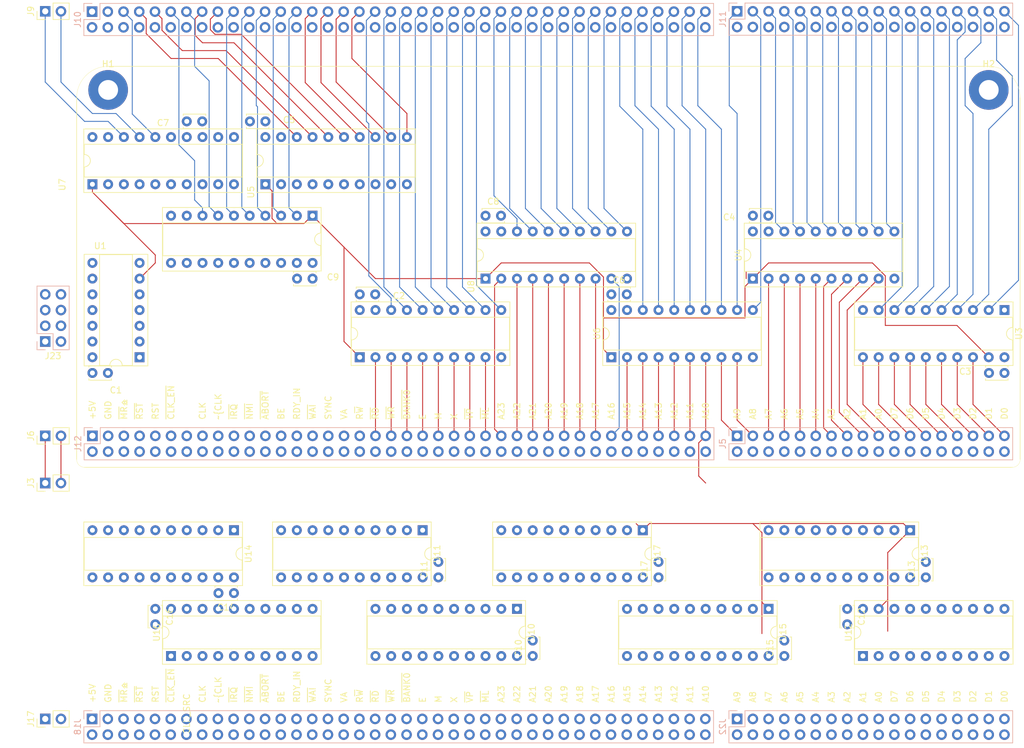
<source format=kicad_pcb>
(kicad_pcb (version 20221018) (generator pcbnew)
  (layers (0 "F.Cu" signal) (1 "In1.Cu" power) (2 "In2.Cu" power) (31 "B.Cu" signal) (34 "B.Paste" user) (35 "F.Paste" user) (36 "B.SilkS" user "B.Silkscreen") (37 "F.SilkS" user "F.Silkscreen") (38 "B.Mask" user) (39 "F.Mask" user) (44 "Edge.Cuts" user))
  (net 0 "")
  (net 1 "VCC")
  (net 2 "GND")
  (net 3 "/VPA")
  (net 4 "/VDA")
  (net 5 "/AVPA")
  (net 6 "/AVDA")
  (net 7 "/~{MR}⎒")
  (net 8 "/~{RST}")
  (net 9 "/RST")
  (net 10 "/~{CLK_EN}")
  (net 11 "/CLK_SRC")
  (net 12 "/CLK")
  (net 13 "/~{CLK}")
  (net 14 "/~{IRQ}")
  (net 15 "/~{NMI}")
  (net 16 "/~{ABORT}")
  (net 17 "/BE")
  (net 18 "/RDY_IN")
  (net 19 "/~{WAI}")
  (net 20 "/SYNC")
  (net 21 "/VA")
  (net 22 "/R~{W}")
  (net 23 "/~{RD}")
  (net 24 "/~{WR}")
  (net 25 "/~{BANK0}")
  (net 26 "/E")
  (net 27 "/M")
  (net 28 "/X")
  (net 29 "/~{VP}")
  (net 30 "/~{ML}")
  (net 31 "/A23")
  (net 32 "/A22")
  (net 33 "/A21")
  (net 34 "/A20")
  (net 35 "/A19")
  (net 36 "/A18")
  (net 37 "/A17")
  (net 38 "/A16")
  (net 39 "/A15")
  (net 40 "/A14")
  (net 41 "/A13")
  (net 42 "/A12")
  (net 43 "/A11")
  (net 44 "/A10")
  (net 45 "/~{AMR}⎒")
  (net 46 "/~{ARST}")
  (net 47 "/ARST")
  (net 48 "/~{ACLK_EN}")
  (net 49 "/ACLK_SRC")
  (net 50 "/ACLK")
  (net 51 "/~{ACLK}")
  (net 52 "/~{AIRQ}")
  (net 53 "/~{ANMI}")
  (net 54 "/~{AABORT}")
  (net 55 "/ABE")
  (net 56 "/ARDY_IN")
  (net 57 "/~{AWAI}")
  (net 58 "/ASYNC")
  (net 59 "/AVA")
  (net 60 "/AR~{W}")
  (net 61 "/~{ARD}")
  (net 62 "/~{AWR}")
  (net 63 "/~{ABANK0}")
  (net 64 "/AM")
  (net 65 "/AX")
  (net 66 "/~{AVP}")
  (net 67 "/~{AML}")
  (net 68 "/AA23")
  (net 69 "/AA22")
  (net 70 "/AA21")
  (net 71 "/AA20")
  (net 72 "/AA19")
  (net 73 "/AA18")
  (net 74 "/AA17")
  (net 75 "/AA16")
  (net 76 "/AA15")
  (net 77 "/AA14")
  (net 78 "/AA13")
  (net 79 "/AA12")
  (net 80 "/AA11")
  (net 81 "/AA10")
  (net 82 "/A9")
  (net 83 "/A8")
  (net 84 "/A7")
  (net 85 "/A6")
  (net 86 "/A5")
  (net 87 "/A4")
  (net 88 "/A3")
  (net 89 "/A2")
  (net 90 "/A1")
  (net 91 "/A0")
  (net 92 "/D7")
  (net 93 "/D6")
  (net 94 "/D5")
  (net 95 "/D4")
  (net 96 "/D3")
  (net 97 "/D2")
  (net 98 "/D1")
  (net 99 "/D0")
  (net 100 "/AA9")
  (net 101 "/AA8")
  (net 102 "/AA7")
  (net 103 "/AA6")
  (net 104 "/AA5")
  (net 105 "/AA4")
  (net 106 "/AA3")
  (net 107 "/AA2")
  (net 108 "/AA1")
  (net 109 "/AA0")
  (net 110 "/AD7")
  (net 111 "/AD6")
  (net 112 "/AD5")
  (net 113 "/AD4")
  (net 114 "/AD3")
  (net 115 "/AD2")
  (net 116 "/AD1")
  (net 117 "/AD0")
  (net 118 "Net-(U1-Pad3)")
  (net 126 "/~{A_CS2}")
  (net 127 "/A_CS1")
  (net 128 "/~{B_CS2}")
  (net 129 "/B_CS1")
  (net 130 "/BVPA")
  (net 131 "/BVDA")
  (net 132 "/~{BMR}⎒")
  (net 133 "/~{BRST}")
  (net 134 "/BRST")
  (net 135 "/~{BCLK_EN}")
  (net 136 "/BCLK_SRC")
  (net 137 "/BCLK")
  (net 138 "/~{BCLK}")
  (net 139 "/~{BIRQ}")
  (net 140 "/~{BNMI}")
  (net 141 "/~{BABORT}")
  (net 142 "/BBE")
  (net 143 "/BRDY_IN")
  (net 144 "/~{BWAI}")
  (net 145 "/BSYNC")
  (net 146 "/BVA")
  (net 147 "/BR~{W}")
  (net 148 "/~{BRD}")
  (net 149 "/~{BWR}")
  (net 150 "/~{BBANK0}")
  (net 151 "/BEM")
  (net 152 "/BM")
  (net 153 "/BX")
  (net 154 "/~{BVP}")
  (net 155 "/~{BML}")
  (net 156 "/BA23")
  (net 157 "/BA22")
  (net 158 "/BA21")
  (net 159 "/BA20")
  (net 160 "/BA19")
  (net 161 "/BA18")
  (net 162 "/BA17")
  (net 163 "/BA16")
  (net 164 "/BA15")
  (net 165 "/BA14")
  (net 166 "/BA13")
  (net 167 "/BA12")
  (net 168 "/BA11")
  (net 169 "/BA10")
  (net 170 "/BA9")
  (net 171 "/BA8")
  (net 172 "/BA7")
  (net 173 "/BA6")
  (net 174 "/BA5")
  (net 175 "/BA4")
  (net 176 "/BA3")
  (net 177 "/BA2")
  (net 178 "/BA1")
  (net 179 "/BA0")
  (net 180 "/BD7")
  (net 181 "/BD6")
  (net 182 "/BD5")
  (net 183 "/BD4")
  (net 184 "/BD3")
  (net 185 "/BD2")
  (net 186 "/BD1")
  (net 187 "/BD0")
  (net 188 "/~{A_DMA}")
  (net 189 "/~{B_DMA}")
  (net 195 "Net-(U1-Pad12)")
  (net 196 "/AE")
  (footprint "Connector_PinHeader_2.54mm:PinHeader_1x02_P2.54mm_Vertical" (layer "F.Cu") (at 55.88 154.94 90)
    (fp_text reference "J17")
    (fp_text value "VPA/VDA")
  )
  (footprint "Capacitor_THT:C_Disc_D3.4mm_W2.1mm_P2.50mm" (layer "F.Cu") (at 147.32 86.36)
    (fp_text reference "C6")
    (fp_text value "100n")
  )
  (footprint "Capacitor_THT:C_Disc_D3.4mm_W2.1mm_P2.50mm" (layer "F.Cu") (at 119.38 132.08 90)
    (fp_text reference "C11")
    (fp_text value "100n")
  )
  (footprint "Capacitor_THT:C_Disc_D3.4mm_W2.1mm_P2.50mm" (layer "F.Cu") (at 63.5 99.06)
    (fp_text reference "C1")
    (fp_text value "100n")
  )
  (footprint "Package_DIP:DIP-20_W7.62mm_Socket" (layer "F.Cu") (at 91.44 68.58 90)
    (fp_text reference "U5")
    (fp_text value "74HC541")
  )
  (footprint "Package_DIP:DIP-20_W7.62mm_Socket" (layer "F.Cu") (at 152.4 124.46 -90)
    (fp_text reference "U17")
    (fp_text value "74HC541")
  )
  (footprint "Capacitor_THT:C_Disc_D3.4mm_W2.1mm_P2.50mm" (layer "F.Cu") (at 86.36 134.62 180)
    (fp_text reference "C14")
    (fp_text value "100n")
  )
  (footprint "Package_DIP:DIP-20_W7.62mm_Socket" (layer "F.Cu") (at 76.2 144.78 90)
    (fp_text reference "U16")
    (fp_text value "74HC541")
  )
  (footprint "Capacitor_THT:C_Disc_D3.4mm_W2.1mm_P2.50mm" (layer "F.Cu") (at 185.42 137.16 -90)
    (fp_text reference "C12")
    (fp_text value "100n")
  )
  (footprint "Capacitor_THT:C_Disc_D3.4mm_W2.1mm_P2.50mm" (layer "F.Cu") (at 127 73.66)
    (fp_text reference "C8")
    (fp_text value "100n")
  )
  (footprint "Capacitor_THT:C_Disc_D3.4mm_W2.1mm_P2.50mm" (layer "F.Cu") (at 154.94 132.08 90)
    (fp_text reference "C17")
    (fp_text value "100n")
  )
  (footprint "Capacitor_THT:C_Disc_D3.4mm_W2.1mm_P2.50mm" (layer "F.Cu") (at 78.74 58.42)
    (fp_text reference "C7")
    (fp_text value "100n")
  )
  (footprint "Capacitor_THT:C_Disc_D3.4mm_W2.1mm_P2.50mm" (layer "F.Cu") (at 73.66 137.16 -90)
    (fp_text reference "C16")
    (fp_text value "100n")
  )
  (footprint "Package_DIP:DIP-20_W7.62mm_Socket" (layer "F.Cu") (at 132.08 137.16 -90)
    (fp_text reference "U10")
    (fp_text value "74HC541")
  )
  (footprint "Package_DIP:DIP-20_W7.62mm_Socket" (layer "F.Cu") (at 127 83.82 90)
    (fp_text reference "U8")
    (fp_text value "74HC541")
  )
  (footprint "MountingHole:MountingHole_3.2mm_M3_Pad" (layer "F.Cu") (at 66.04 53.34)
    (fp_text reference "H1")
    (fp_text value "MountingHole_Pad" hide)
  )
  (footprint "Connector_PinHeader_2.54mm:PinHeader_1x02_P2.54mm_Vertical" (layer "F.Cu") (at 55.88 109.22 90)
    (fp_text reference "J6")
    (fp_text value "VPA/VDA")
  )
  (footprint "Capacitor_THT:C_Disc_D3.4mm_W2.1mm_P2.50mm" (layer "F.Cu") (at 175.26 144.78 90)
    (fp_text reference "C15")
    (fp_text value "100n")
  )
  (footprint "Package_DIP:DIP-20_W7.62mm_Socket" (layer "F.Cu") (at 210.82 88.9 -90)
    (fp_text reference "U3")
    (fp_text value "74AHCT245")
  )
  (footprint "Package_DIP:DIP-20_W7.62mm_Socket" (layer "F.Cu") (at 86.36 124.46 -90)
    (fp_text reference "U14")
    (fp_text value "74HC541")
  )
  (footprint "Capacitor_THT:C_Disc_D3.4mm_W2.1mm_P2.50mm" (layer "F.Cu") (at 91.44 58.42 180)
    (fp_text reference "C5")
    (fp_text value "100n")
  )
  (footprint "Package_DIP:DIP-20_W7.62mm_Socket" (layer "F.Cu") (at 99.06 73.66 -90)
    (fp_text reference "U9" hide)
    (fp_text value "74HC541")
  )
  (footprint "Connector_PinHeader_2.54mm:PinHeader_1x02_P2.54mm_Vertical" (layer "F.Cu") (at 55.88 116.84 90)
    (fp_text reference "J3")
    (fp_text value "VPA/VDA")
  )
  (footprint "Capacitor_THT:C_Disc_D3.4mm_W2.1mm_P2.50mm" (layer "F.Cu") (at 134.62 144.78 90)
    (fp_text reference "C10")
    (fp_text value "100n")
  )
  (footprint "Capacitor_THT:C_Disc_D3.4mm_W2.1mm_P2.50mm" (layer "F.Cu") (at 99.06 83.82 180)
    (fp_text reference "C9")
    (fp_text value "100n")
  )
  (footprint "Package_DIP:DIP-20_W7.62mm_Socket" (layer "F.Cu") (at 170.18 83.82 90)
    (fp_text reference "U4")
    (fp_text value "74HC541")
  )
  (footprint "Package_DIP:DIP-20_W7.62mm_Socket" (layer "F.Cu") (at 172.72 137.16 -90)
    (fp_text reference "U15")
    (fp_text value "74HC541")
  )
  (footprint "Package_DIP:DIP-20_W7.62mm_Socket" (layer "F.Cu") (at 63.5 68.58 90)
    (fp_text reference "U7")
    (fp_text value "74HC541")
  )
  (footprint "Capacitor_THT:C_Disc_D3.4mm_W2.1mm_P2.50mm" (layer "F.Cu") (at 210.82 99.06 180)
    (fp_text reference "C3")
    (fp_text value "100n")
  )
  (footprint "Package_DIP:DIP-20_W7.62mm_Socket" (layer "F.Cu") (at 147.32 96.52 90)
    (fp_text reference "U6")
    (fp_text value "74HC541")
  )
  (footprint "Package_DIP:DIP-20_W7.62mm_Socket" (layer "F.Cu") (at 106.68 96.52 90)
    (fp_text reference "U2" hide)
    (fp_text value "74HC541" hide)
  )
  (footprint "Package_DIP:DIP-20_W7.62mm_Socket" (layer "F.Cu") (at 187.96 144.78 90)
    (fp_text reference "U12")
    (fp_text value "74AHCT245")
  )
  (footprint "MountingHole:MountingHole_3.2mm_M3_Pad" (layer "F.Cu") (at 208.28 53.34)
    (fp_text reference "H2")
    (fp_text value "MountingHole_Pad" hide)
  )
  (footprint "Capacitor_THT:C_Disc_D3.4mm_W2.1mm_P2.50mm" (layer "F.Cu") (at 170.18 73.66)
    (fp_text reference "C4")
    (fp_text value "100n")
  )
  (footprint "Capacitor_THT:C_Disc_D3.4mm_W2.1mm_P2.50mm" (layer "F.Cu") (at 198.12 132.08 90)
    (fp_text reference "C13")
    (fp_text value "100n")
  )
  (footprint "Connector_PinHeader_2.54mm:PinHeader_1x02_P2.54mm_Vertical" (layer "F.Cu") (at 55.88 40.64 90)
    (fp_text reference "J9")
    (fp_text value "VPA/VDA")
  )
  (footprint "Capacitor_THT:C_Disc_D3.4mm_W2.1mm_P2.50mm" (layer "F.Cu") (at 106.68 86.36)
    (fp_text reference "C2")
    (fp_text value "100n")
  )
  (footprint "Package_DIP:DIP-14_W7.62mm_Socket" (layer "F.Cu") (at 71.12 96.52 180)
    (fp_text reference "U1")
    (fp_text value "74HC00")
  )
  (footprint "Package_DIP:DIP-20_W7.62mm_Socket" (layer "F.Cu") (at 116.84 124.46 -90)
    (fp_text reference "U11")
    (fp_text value "74HC541")
  )
  (footprint "Package_DIP:DIP-20_W7.62mm_Socket" (layer "F.Cu") (at 195.58 124.46 -90)
    (fp_text reference "U13")
    (fp_text value "74HC541")
  )
  (footprint "Connector_PinHeader_2.54mm:PinHeader_2x40_P2.54mm_Vertical" (layer "B.Cu") (at 63.5 109.22 -90)
    (fp_text reference "J12")
    (fp_text value "Conn_02x40_Odd_Even" hide)
  )
  (footprint "Connector_PinHeader_2.54mm:PinHeader_2x18_P2.54mm_Vertical" (layer "B.Cu") (at 167.64 109.22 -90)
    (fp_text reference "J5")
    (fp_text value "CPU AUX")
  )
  (footprint "Connector_PinHeader_2.54mm:PinHeader_2x40_P2.54mm_Vertical" (layer "B.Cu") (at 63.4454 40.6946 -90)
    (fp_text reference "J10")
    (fp_text value "Conn_02x40_Odd_Even" hide)
  )
  (footprint "Connector_PinHeader_2.54mm:PinHeader_2x04_P2.54mm_Vertical" (layer "B.Cu") (at 55.88 93.98)
    (fp_text reference "J23")
    (fp_text value "Conn_02x04_Odd_Even")
  )
  (footprint "Connector_PinHeader_2.54mm:PinHeader_2x18_P2.54mm_Vertical" (layer "B.Cu") (at 167.64 154.94 -90)
    (fp_text reference "J22")
    (fp_text value "DMA AUX")
  )
  (footprint "Connector_PinHeader_2.54mm:PinHeader_2x40_P2.54mm_Vertical" (layer "B.Cu") (at 63.4454 154.94 -90)
    (fp_text reference "J18")
    (fp_text value "Conn_02x40_Odd_Even" hide)
  )
  (footprint "Connector_PinHeader_2.54mm:PinHeader_2x18_P2.54mm_Vertical" (layer "B.Cu") (at 167.64 40.64 -90)
    (fp_text reference "J11")
    (fp_text value "DMA")
  )
  (gr_arc (start 62.23 114.3) (mid 61.331974 113.928026) (end 60.96 113.03) (stroke (width 0.05)) (layer "F.SilkS"))
  (gr_line (start 66.04 49.53) (end 208.28 49.53) (stroke (width 0.1)) (layer "F.SilkS"))
  (gr_arc (start 60.96 54.61) (mid 62.447898 51.017898) (end 66.04 49.53) (stroke (width 0.05)) (layer "F.SilkS"))
  (gr_arc (start 208.28 49.53) (mid 211.872102 51.017898) (end 213.36 54.61) (stroke (width 0.05)) (layer "F.SilkS"))
  (gr_line (start 213.36 54.61) (end 213.36 113.03) (stroke (width 0.1)) (layer "F.SilkS"))
  (gr_arc (start 213.36 113.03) (mid 212.988026 113.928026) (end 212.09 114.3) (stroke (width 0.05)) (layer "F.SilkS"))
  (gr_line (start 212.09 114.3) (end 62.23 114.3) (stroke (width 0.1)) (layer "F.SilkS"))
  (gr_line (start 60.96 113.03) (end 60.96 54.61) (stroke (width 0.1)) (layer "F.SilkS"))
  (gr_text "~{RD}" (at 109.22 152.41 90) (layer "F.SilkS") (effects (font (size 1 1)) (justify left)))
  (gr_text "CLK" (at 81.28 152.41 90) (layer "F.SilkS") (effects (font (size 1 1)) (justify left)))
  (gr_text "A16" (at 147.32 106.68 90) (layer "F.SilkS") (effects (font (size 1 1)) (justify left)))
  (gr_text "~{RST}" (at 71.12 106.69 90) (layer "F.SilkS") (effects (font (size 1 1)) (justify left)))
  (gr_text "A16" (at 147.32 152.4 90) (layer "F.SilkS") (effects (font (size 1 1)) (justify left)))
  (gr_text "~{ML}" (at 127 106.69 90) (layer "F.SilkS") (effects (font (size 1 1)) (justify left)))
  (gr_text "X" (at 121.92 106.69 90) (layer "F.SilkS") (effects (font (size 1 1)) (justify left)))
  (gr_text "~{ABORT}" (at 91.44 106.69 90) (layer "F.SilkS") (effects (font (size 1 1)) (justify left)))
  (gr_text "D7" (at 193.04 106.68 90) (layer "F.SilkS") (effects (font (size 1 1)) (justify left)))
  (gr_text "A15" (at 149.86 152.4 90) (layer "F.SilkS") (effects (font (size 1 1)) (justify left)))
  (gr_text "A1" (at 187.96 152.4 90) (layer "F.SilkS") (effects (font (size 1 1)) (justify left)))
  (gr_text "~{BANK0}" (at 114.3 106.69 90) (layer "F.SilkS") (effects (font (size 1 1)) (justify left)))
  (gr_text "A22" (at 132.08 106.69 90) (layer "F.SilkS") (effects (font (size 1 1)) (justify left)))
  (gr_text "~{CLK_EN}" (at 76.2 152.41 90) (layer "F.SilkS") (effects (font (size 1 1)) (justify left)))
  (gr_text "~{NMI}" (at 88.9 152.41 90) (layer "F.SilkS") (effects (font (size 1 1)) (justify left)))
  (gr_text "A20" (at 137.16 152.41 90) (layer "F.SilkS") (effects (font (size 1 1)) (justify left)))
  (gr_text "A10" (at 162.56 106.68 90) (layer "F.SilkS") (effects (font (size 1 1)) (justify left)))
  (gr_text "D4" (at 200.66 106.68 90) (layer "F.SilkS") (effects (font (size 1 1)) (justify left)))
  (gr_text "CLK" (at 81.28 106.69 90) (layer "F.SilkS") (effects (font (size 1 1)) (justify left)))
  (gr_text "+5V" (at 63.5 152.41 90) (layer "F.SilkS") (effects (font (size 1 1)) (justify left)))
  (gr_text "SYNC" (at 101.6 106.69 90) (layer "F.SilkS") (effects (font (size 1 1)) (justify left)))
  (gr_text "~{MR}⎒" (at 68.605 106.69 90) (layer "F.SilkS") (effects (font (size 1 1)) (justify left)))
  (gr_text "~{CLK" (at 83.82 152.41 90) (layer "F.SilkS") (effects (font (size 1 1)) (justify left)))
  (gr_text "E" (at 116.84 106.69 90) (layer "F.SilkS") (effects (font (size 1 1)) (justify left)))
  (gr_text "R~{W}" (at 106.68 152.41 90) (layer "F.SilkS") (effects (font (size 1 1)) (justify left)))
  (gr_text "GND" (at 66.04 152.41 90) (layer "F.SilkS") (effects (font (size 1 1)) (justify left)))
  (gr_text "R~{W}" (at 106.68 106.69 90) (layer "F.SilkS") (effects (font (size 1 1)) (justify left)))
  (gr_text "A15" (at 149.86 106.68 90) (layer "F.SilkS") (effects (font (size 1 1)) (justify left)))
  (gr_text "+5V" (at 63.5 106.69 90) (layer "F.SilkS") (effects (font (size 1 1)) (justify left)))
  (gr_text "~{ABORT}" (at 91.44 152.41 90) (layer "F.SilkS") (effects (font (size 1 1)) (justify left)))
  (gr_text "M" (at 119.38 106.69 90) (layer "F.SilkS") (effects (font (size 1 1)) (justify left)))
  (gr_text "A0" (at 190.5 152.4 90) (layer "F.SilkS") (effects (font (size 1 1)) (justify left)))
  (gr_text "A12" (at 157.48 152.4 90) (layer "F.SilkS") (effects (font (size 1 1)) (justify left)))
  (gr_text "A14" (at 152.4 106.68 90) (layer "F.SilkS") (effects (font (size 1 1)) (justify left)))
  (gr_text "A0" (at 190.5 106.68 90) (layer "F.SilkS") (effects (font (size 1 1)) (justify left)))
  (gr_text "A11" (at 160.02 152.4 90) (layer "F.SilkS") (effects (font (size 1 1)) (justify left)))
  (gr_text "A4" (at 180.34 152.4 90) (layer "F.SilkS") (effects (font (size 1 1)) (justify left)))
  (gr_text "A6" (at 175.26 106.68 90) (layer "F.SilkS") (effects (font (size 1 1)) (justify left)))
  (gr_text "D6" (at 195.58 152.4 90) (layer "F.SilkS") (effects (font (size 1 1)) (justify left)))
  (gr_text "A2" (at 185.42 106.68 90) (layer "F.SilkS") (effects (font (size 1 1)) (justify left)))
  (gr_text "~{NMI}" (at 88.9 106.69 90) (layer "F.SilkS") (effects (font (size 1 1)) (justify left)))
  (gr_text "A8" (at 170.18 152.4 90) (layer "F.SilkS") (effects (font (size 1 1)) (justify left)))
  (gr_text "VA" (at 104.14 152.41 90) (layer "F.SilkS") (effects (font (size 1 1)) (justify left)))
  (gr_text "A23" (at 129.54 106.69 90) (layer "F.SilkS") (effects (font (size 1 1)) (justify left)))
  (gr_text "E" (at 116.84 152.41 90) (layer "F.SilkS") (effects (font (size 1 1)) (justify left)))
  (gr_text "A21" (at 134.62 152.41 90) (layer "F.SilkS") (effects (font (size 1 1)) (justify left)))
  (gr_text "~{VP}" (at 124.46 152.41 90) (layer "F.SilkS") (effects (font (size 1 1)) (justify left)))
  (gr_text "A20" (at 137.16 106.69 90) (layer "F.SilkS") (effects (font (size 1 1)) (justify left)))
  (gr_text "A21" (at 134.62 106.69 90) (layer "F.SilkS") (effects (font (size 1 1)) (justify left)))
  (gr_text "A10" (at 162.56 152.4 90) (layer "F.SilkS") (effects (font (size 1 1)) (justify left)))
  (gr_text "~{WR}" (at 111.76 106.69 90) (layer "F.SilkS") (effects (font (size 1 1)) (justify left)))
  (gr_text "~{WAI}" (at 99.06 106.69 90) (layer "F.SilkS") (effects (font (size 1 1)) (justify left)))
  (gr_text "RST" (at 73.685 106.69 90) (layer "F.SilkS") (effects (font (size 1 1)) (justify left)))
  (gr_text "CLK_SRC" (at 78.74 157.48 90) (layer "F.SilkS") (effects (font (size 1 1)) (justify left)))
  (gr_text "X" (at 121.92 152.41 90) (layer "F.SilkS") (effects (font (size 1 1)) (justify left)))
  (gr_text "~{RST}" (at 71.12 152.41 90) (layer "F.SilkS") (effects (font (size 1 1)) (justify left)))
  (gr_text "D1\n" (at 208.28 152.4 90) (layer "F.SilkS") (effects (font (size 1 1)) (justify left)))
  (gr_text "~{RD}" (at 109.22 106.69 90) (layer "F.SilkS") (effects (font (size 1 1)) (justify left)))
  (gr_text "~{IRQ}" (at 86.36 106.69 90) (layer "F.SilkS") (effects (font (size 1 1)) (justify left)))
  (gr_text "A7" (at 172.72 152.4 90) (layer "F.SilkS") (effects (font (size 1 1)) (justify left)))
  (gr_text "A8" (at 170.18 106.68 90) (layer "F.SilkS") (effects (font (size 1 1)) (justify left)))
  (gr_text "D6" (at 195.58 106.68 90) (layer "F.SilkS") (effects (font (size 1 1)) (justify left)))
  (gr_text "~{ML}" (at 127 152.41 90) (layer "F.SilkS") (effects (font (size 1 1)) (justify left)))
  (gr_text "D5" (at 198.12 106.68 90) (layer "F.SilkS") (effects (font (size 1 1)) (justify left)))
  (gr_text "~{WAI}" (at 99.06 152.41 90) (layer "F.SilkS") (effects (font (size 1 1)) (justify left)))
  (gr_text "A17" (at 144.78 152.4 90) (layer "F.SilkS") (effects (font (size 1 1)) (justify left)))
  (gr_text "A1" (at 187.96 106.68 90) (layer "F.SilkS") (effects (font (size 1 1)) (justify left)))
  (gr_text "~{CLK_EN}" (at 76.2 106.69 90) (layer "F.SilkS") (effects (font (size 1 1)) (justify left)))
  (gr_text "A13" (at 154.94 152.4 90) (layer "F.SilkS") (effects (font (size 1 1)) (justify left)))
  (gr_text "D1\n" (at 208.28 106.68 90) (layer "F.SilkS") (effects (font (size 1 1)) (justify left)))
  (gr_text "VA" (at 104.14 106.69 90) (layer "F.SilkS") (effects (font (size 1 1)) (justify left)))
  (gr_text "A11" (at 160.02 106.68 90) (layer "F.SilkS") (effects (font (size 1 1)) (justify left)))
  (gr_text "BE" (at 93.98 152.41 90) (layer "F.SilkS") (effects (font (size 1 1)) (justify left)))
  (gr_text "D0" (at 210.82 106.68 90) (layer "F.SilkS") (effects (font (size 1 1)) (justify left)))
  (gr_text "~{BANK0}" (at 114.3 152.41 90) (layer "F.SilkS") (effects (font (size 1 1)) (justify left)))
  (gr_text "A9" (at 167.64 152.4 90) (layer "F.SilkS") (effects (font (size 1 1)) (justify left)))
  (gr_text "SYNC" (at 101.6 152.41 90) (layer "F.SilkS") (effects (font (size 1 1)) (justify left)))
  (gr_text "~{WR}" (at 111.76 152.41 90) (layer "F.SilkS") (effects (font (size 1 1)) (justify left)))
  (gr_text "D5" (at 198.12 152.4 90) (layer "F.SilkS") (effects (font (size 1 1)) (justify left)))
  (gr_text "A5" (at 177.8 106.68 90) (layer "F.SilkS") (effects (font (size 1 1)) (justify left)))
  (gr_text "~{MR}⎒" (at 68.605 152.41 90) (layer "F.SilkS") (effects (font (size 1 1)) (justify left)))
  (gr_text "A14" (at 152.4 152.4 90) (layer "F.SilkS") (effects (font (size 1 1)) (justify left)))
  (gr_text "D7" (at 193.04 152.4 90) (layer "F.SilkS") (effects (font (size 1 1)) (justify left)))
  (gr_text "A18" (at 142.24 152.41 90) (layer "F.SilkS") (effects (font (size 1 1)) (justify left)))
  (gr_text "A3" (at 182.88 152.4 90) (layer "F.SilkS") (effects (font (size 1 1)) (justify left)))
  (gr_text "A6" (at 175.26 152.4 90) (layer "F.SilkS") (effects (font (size 1 1)) (justify left)))
  (gr_text "D2" (at 205.74 152.4 90) (layer "F.SilkS") (effects (font (size 1 1)) (justify left)))
  (gr_text "RDY_IN" (at 96.52 152.41 90) (layer "F.SilkS") (effects (font (size 1 1)) (justify left)))
  (gr_text "A17" (at 144.78 106.68 90) (layer "F.SilkS") (effects (font (size 1 1)) (justify left)))
  (gr_text "A18" (at 142.24 106.69 90) (layer "F.SilkS") (effects (font (size 1 1)) (justify left)))
  (gr_text "~{IRQ}" (at 86.36 152.41 90) (layer "F.SilkS") (effects (font (size 1 1)) (justify left)))
  (gr_text "RDY_IN" (at 96.52 106.69 90) (layer "F.SilkS") (effects (font (size 1 1)) (justify left)))
  (gr_text "D4" (at 200.66 152.4 90) (layer "F.SilkS") (effects (font (size 1 1)) (justify left)))
  (gr_text "D3" (at 203.2 152.4 90) (layer "F.SilkS") (effects (font (size 1 1)) (justify left)))
  (gr_text "A5" (at 177.8 152.4 90) (layer "F.SilkS") (effects (font (size 1 1)) (justify left)))
  (gr_text "~{CLK" (at 83.82 106.69 90) (layer "F.SilkS") (effects (font (size 1 1)) (justify left)))
  (gr_text "A12" (at 157.48 106.68 90) (layer "F.SilkS") (effects (font (size 1 1)) (justify left)))
  (gr_text "~{VP}" (at 124.46 106.69 90) (layer "F.SilkS") (effects (font (size 1 1)) (justify left)))
  (gr_text "BE" (at 93.98 106.69 90) (layer "F.SilkS") (effects (font (size 1 1)) (justify left)))
  (gr_text "A4" (at 180.34 106.68 90) (layer "F.SilkS") (effects (font (size 1 1)) (justify left)))
  (gr_text "D2" (at 205.74 106.68 90) (layer "F.SilkS") (effects (font (size 1 1)) (justify left)))
  (gr_text "A7" (at 172.72 106.68 90) (layer "F.SilkS") (effects (font (size 1 1)) (justify left)))
  (gr_text "D0" (at 210.82 152.4 90) (layer "F.SilkS") (effects (font (size 1 1)) (justify left)))
  (gr_text "A13" (at 154.94 106.68 90) (layer "F.SilkS") (effects (font (size 1 1)) (justify left)))
  (gr_text "A9" (at 167.64 106.68 90) (layer "F.SilkS") (effects (font (size 1 1)) (justify left)))
  (gr_text "GND" (at 66.04 106.69 90) (layer "F.SilkS") (effects (font (size 1 1)) (justify left)))
  (gr_text "RST" (at 73.685 152.41 90) (layer "F.SilkS") (effects (font (size 1 1)) (justify left)))
  (gr_text "A2" (at 185.42 152.4 90) (layer "F.SilkS") (effects (font (size 1 1)) (justify left)))
  (gr_text "A19" (at 139.7 152.41 90) (layer "F.SilkS") (effects (font (size 1 1)) (justify left)))
  (gr_text "M" (at 119.38 152.41 90) (layer "F.SilkS") (effects (font (size 1 1)) (justify left)))
  (gr_text "D3" (at 203.2 106.68 90) (layer "F.SilkS") (effects (font (size 1 1)) (justify left)))
  (gr_text "A19" (at 139.7 106.69 90) (layer "F.SilkS") (effects (font (size 1 1)) (justify left)))
  (gr_text "A3" (at 182.88 106.68 90) (layer "F.SilkS") (effects (font (size 1 1)) (justify left)))
  (gr_text "A23" (at 129.54 152.41 90) (layer "F.SilkS") (effects (font (size 1 1)) (justify left)))
  (gr_text "A22" (at 132.08 152.41 90) (layer "F.SilkS") (effects (font (size 1 1)) (justify left)))
  (segment (start 169.103394 82.743394) (end 169.103394 83.82) (width 0.146812) (layer "F.Cu") (net 0))
  (segment (start 55.88 109.22) (end 55.88 116.84) (width 0.146812) (layer "F.Cu") (net 3))
  (segment (start 58.42 109.22) (end 58.42 116.84) (width 0.146812) (layer "F.Cu") (net 4))
  (segment (start 66.04 58.42) (end 62.23 58.42) (width 0.146812) (layer "B.Cu") (net 5))
  (segment (start 55.88 52.07) (end 55.88 40.64) (width 0.146812) (layer "B.Cu") (net 5))
  (segment (start 62.23 58.42) (end 55.88 52.07) (width 0.146812) (layer "B.Cu") (net 5))
  (segment (start 68.58 60.96) (end 66.04 58.42) (width 0.146812) (layer "B.Cu") (net 5))
  (segment (start 58.42 52.07) (end 63.5 57.15) (width 0.146812) (layer "B.Cu") (net 6))
  (segment (start 67.31 57.15) (end 71.12 60.96) (width 0.146812) (layer "B.Cu") (net 6))
  (segment (start 58.42 40.64) (end 58.42 52.07) (width 0.146812) (layer "B.Cu") (net 6))
  (segment (start 63.5 57.15) (end 67.31 57.15) (width 0.146812) (layer "B.Cu") (net 6))
  (segment (start 109.22 96.52) (end 109.22 109.22) (width 0.146812) (layer "F.Cu") (net 23))
  (segment (start 111.76 96.52) (end 111.76 109.22) (width 0.146812) (layer "F.Cu") (net 24))
  (segment (start 114.3 96.52) (end 114.3 109.22) (width 0.146812) (layer "F.Cu") (net 25))
  (segment (start 116.84 96.52) (end 116.84 109.22) (width 0.146812) (layer "F.Cu") (net 26))
  (segment (start 119.38 96.52) (end 119.38 109.22) (width 0.146812) (layer "F.Cu") (net 27))
  (segment (start 121.92 96.52) (end 121.92 109.22) (width 0.146812) (layer "F.Cu") (net 28))
  (segment (start 124.46 96.52) (end 124.46 109.22) (width 0.146812) (layer "F.Cu") (net 29))
  (segment (start 127 96.52) (end 127 109.22) (width 0.146812) (layer "F.Cu") (net 30))
  (segment (start 128.463394 84.896606) (end 128.463394 108.143394) (width 0.146812) (layer "F.Cu") (net 31))
  (segment (start 129.54 83.82) (end 128.463394 84.896606) (width 0.146812) (layer "F.Cu") (net 31))
  (segment (start 128.463394 108.143394) (end 129.54 109.22) (width 0.146812) (layer "F.Cu") (net 31))
  (segment (start 132.08 83.82) (end 132.08 109.22) (width 0.146812) (layer "F.Cu") (net 32))
  (segment (start 134.62 83.82) (end 134.62 109.22) (width 0.146812) (layer "F.Cu") (net 33))
  (segment (start 137.16 83.82) (end 137.16 109.22) (width 0.146812) (layer "F.Cu") (net 34))
  (segment (start 139.7 83.82) (end 139.7 109.22) (width 0.146812) (layer "F.Cu") (net 35))
  (segment (start 142.24 83.82) (end 142.24 109.22) (width 0.146812) (layer "F.Cu") (net 36))
  (segment (start 144.78 83.82) (end 144.78 109.22) (width 0.146812) (layer "F.Cu") (net 37))
  (segment (start 147.32 109.22) (end 148.59 107.95) (width 0.146812) (layer "B.Cu") (net 38))
  (segment (start 148.59 85.09) (end 147.32 83.82) (width 0.146812) (layer "B.Cu") (net 38))
  (segment (start 148.59 107.95) (end 148.59 85.09) (width 0.146812) (layer "B.Cu") (net 38))
  (segment (start 149.86 96.52) (end 149.86 109.22) (width 0.146812) (layer "F.Cu") (net 39))
  (segment (start 152.4 96.52) (end 152.4 109.22) (width 0.146812) (layer "F.Cu") (net 40))
  (segment (start 154.94 96.52) (end 154.94 109.22) (width 0.146812) (layer "F.Cu") (net 41))
  (segment (start 157.48 96.52) (end 157.48 109.22) (width 0.146812) (layer "F.Cu") (net 42))
  (segment (start 160.02 109.22) (end 160.02 96.52) (width 0.146812) (layer "F.Cu") (net 43))
  (segment (start 162.56 96.52) (end 162.56 109.22) (width 0.146812) (layer "F.Cu") (net 44))
  (segment (start 161.433394 115.713394) (end 162.56 116.84) (width 0.146812) (layer "F.Cu") (net 44))
  (segment (start 161.433394 110.346606) (end 161.433394 115.713394) (width 0.146812) (layer "F.Cu") (net 44))
  (segment (start 162.56 109.22) (end 161.433394 110.346606) (width 0.146812) (layer "F.Cu") (net 44))
  (segment (start 68.5254 40.6946) (end 69.938794 42.107994) (width 0.146812) (layer "B.Cu") (net 45))
  (segment (start 69.938794 57.238794) (end 73.66 60.96) (width 0.146812) (layer "B.Cu") (net 45))
  (segment (start 69.938794 42.107994) (end 69.938794 57.238794) (width 0.146812) (layer "B.Cu") (net 45))
  (segment (start 71.0654 40.6946) (end 72.192006 41.821206) (width 0.146812) (layer "F.Cu") (net 46))
  (segment (start 83.82 48.26) (end 96.52 60.96) (width 0.146812) (layer "F.Cu") (net 46))
  (segment (start 72.192006 44.252006) (end 76.2 48.26) (width 0.146812) (layer "F.Cu") (net 46))
  (segment (start 72.192006 41.821206) (end 72.192006 44.252006) (width 0.146812) (layer "F.Cu") (net 46))
  (segment (start 76.2 48.26) (end 83.82 48.26) (width 0.146812) (layer "F.Cu") (net 46))
  (segment (start 85.09 46.99) (end 78.02075 46.99) (width 0.146812) (layer "F.Cu") (net 47))
  (segment (start 74.732006 43.701256) (end 74.732006 41.821206) (width 0.146812) (layer "F.Cu") (net 47))
  (segment (start 78.02075 46.99) (end 74.732006 43.701256) (width 0.146812) (layer "F.Cu") (net 47))
  (segment (start 99.06 60.96) (end 85.09 46.99) (width 0.146812) (layer "F.Cu") (net 47))
  (segment (start 74.732006 41.821206) (end 73.6054 40.6946) (width 0.146812) (layer "F.Cu") (net 47))
  (segment (start 76.1454 40.6946) (end 77.47 42.0192) (width 0.146812) (layer "B.Cu") (net 48))
  (segment (start 77.47 62.23) (end 80.01 64.77) (width 0.146812) (layer "B.Cu") (net 48))
  (segment (start 81.28 72.39) (end 81.28 73.66) (width 0.146812) (layer "B.Cu") (net 48))
  (segment (start 80.01 71.12) (end 81.28 72.39) (width 0.146812) (layer "B.Cu") (net 48))
  (segment (start 80.01 64.77) (end 80.01 71.12) (width 0.146812) (layer "B.Cu") (net 48))
  (segment (start 77.47 42.0192) (end 77.47 62.23) (width 0.146812) (layer "B.Cu") (net 48))
  (segment (start 78.6854 40.6946) (end 80.01 42.0192) (width 0.146812) (layer "B.Cu") (net 49))
  (segment (start 82.356606 51.876606) (end 82.356606 72.196606) (width 0.146812) (layer "B.Cu") (net 49))
  (segment (start 80.01 42.0192) (end 80.01 49.53) (width 0.146812) (layer "B.Cu") (net 49))
  (segment (start 80.01 49.53) (end 82.356606 51.876606) (width 0.146812) (layer "B.Cu") (net 49))
  (segment (start 82.356606 72.196606) (end 83.82 73.66) (width 0.146812) (layer "B.Cu") (net 49))
  (segment (start 80.098794 44.538794) (end 80.098794 41.821206) (width 0.146812) (layer "F.Cu") (net 50))
  (segment (start 86.36 45.72) (end 81.28 45.72) (width 0.146812) (layer "F.Cu") (net 50))
  (segment (start 81.28 45.72) (end 80.098794 44.538794) (width 0.146812) (layer "F.Cu") (net 50))
  (segment (start 80.098794 41.821206) (end 81.2254 40.6946) (width 0.146812) (layer "F.Cu") (net 50))
  (segment (start 101.6 60.96) (end 86.36 45.72) (width 0.146812) (layer "F.Cu") (net 50))
  (segment (start 87.541206 44.361206) (end 83.298744 44.361206) (width 0.146812) (layer "F.Cu") (net 51))
  (segment (start 82.55 41.91) (end 83.7654 40.6946) (width 0.146812) (layer "F.Cu") (net 51))
  (segment (start 104.14 60.96) (end 87.541206 44.361206) (width 0.146812) (layer "F.Cu") (net 51))
  (segment (start 83.298744 44.361206) (end 82.55 43.612462) (width 0.146812) (layer "F.Cu") (net 51))
  (segment (start 82.55 43.612462) (end 82.55 41.91) (width 0.146812) (layer "F.Cu") (net 51))
  (segment (start 85.178794 72.478794) (end 86.36 73.66) (width 0.146812) (layer "B.Cu") (net 52))
  (segment (start 85.178794 41.821206) (end 85.178794 72.478794) (width 0.146812) (layer "B.Cu") (net 52))
  (segment (start 86.3054 40.6946) (end 85.178794 41.821206) (width 0.146812) (layer "B.Cu") (net 52))
  (segment (start 87.63 72.39) (end 88.9 73.66) (width 0.146812) (layer "B.Cu") (net 53))
  (segment (start 87.63 41.91) (end 87.63 72.39) (width 0.146812) (layer "B.Cu") (net 53))
  (segment (start 88.8454 40.6946) (end 87.63 41.91) (width 0.146812) (layer "B.Cu") (net 53))
  (segment (start 91.3854 40.6946) (end 89.972006 42.107994) (width 0.146812) (layer "B.Cu") (net 54))
  (segment (start 90.17 72.39) (end 91.44 73.66) (width 0.146812) (layer "B.Cu") (net 54))
  (segment (start 89.972006 42.107994) (end 89.972006 55.865443) (width 0.146812) (layer "B.Cu") (net 54))
  (segment (start 89.972006 55.865443) (end 90.17 56.063437) (width 0.146812) (layer "B.Cu") (net 54))
  (segment (start 90.17 56.063437) (end 90.17 72.39) (width 0.146812) (layer "B.Cu") (net 54))
  (segment (start 92.71 72.39) (end 93.98 73.66) (width 0.146812) (layer "B.Cu") (net 55))
  (segment (start 92.71 41.91) (end 92.71 72.39) (width 0.146812) (layer "B.Cu") (net 55))
  (segment (start 93.9254 40.6946) (end 92.71 41.91) (width 0.146812) (layer "B.Cu") (net 55))
  (segment (start 95.25 41.91) (end 95.25 72.39) (width 0.146812) (layer "B.Cu") (net 56))
  (segment (start 96.4654 40.6946) (end 95.25 41.91) (width 0.146812) (layer "B.Cu") (net 56))
  (segment (start 95.25 72.39) (end 96.52 73.66) (width 0.146812) (layer "B.Cu") (net 56))
  (segment (start 97.878794 41.821206) (end 97.878794 52.158794) (width 0.146812) (layer "F.Cu") (net 57))
  (segment (start 97.878794 52.158794) (end 106.68 60.96) (width 0.146812) (layer "F.Cu") (net 57))
  (segment (start 99.0054 40.6946) (end 97.878794 41.821206) (width 0.146812) (layer "F.Cu") (net 57))
  (segment (start 100.418794 52.158794) (end 109.22 60.96) (width 0.146812) (layer "F.Cu") (net 58))
  (segment (start 101.5454 40.6946) (end 100.418794 41.821206) (width 0.146812) (layer "F.Cu") (net 58))
  (segment (start 100.418794 41.821206) (end 100.418794 52.158794) (width 0.146812) (layer "F.Cu") (net 58))
  (segment (start 102.87 52.07) (end 102.87 41.91) (width 0.146812) (layer "F.Cu") (net 59))
  (segment (start 102.87 41.91) (end 104.0854 40.6946) (width 0.146812) (layer "F.Cu") (net 59))
  (segment (start 111.76 60.96) (end 102.87 52.07) (width 0.146812) (layer "F.Cu") (net 59))
  (segment (start 114.3 57.15) (end 114.3 60.96) (width 0.146812) (layer "F.Cu") (net 60))
  (segment (start 106.6254 40.6946) (end 105.41 41.91) (width 0.146812) (layer "F.Cu") (net 60))
  (segment (start 105.41 48.26) (end 114.3 57.15) (width 0.146812) (layer "F.Cu") (net 60))
  (segment (start 105.41 41.91) (end 105.41 48.26) (width 0.146812) (layer "F.Cu") (net 60))
  (segment (start 111.76 86.990661) (end 111.76 88.9) (width 0.146812) (layer "B.Cu") (net 61))
  (segment (start 107.752006 58.4154) (end 108.143394 58.806788) (width 0.146812) (layer "B.Cu") (net 61))
  (segment (start 108.143394 83.374055) (end 111.76 86.990661) (width 0.146812) (layer "B.Cu") (net 61))
  (segment (start 109.1654 40.6946) (end 107.752006 42.107994) (width 0.146812) (layer "B.Cu") (net 61))
  (segment (start 107.752006 42.107994) (end 107.752006 58.4154) (width 0.146812) (layer "B.Cu") (net 61))
  (segment (start 108.143394 58.806788) (end 108.143394 83.374055) (width 0.146812) (layer "B.Cu") (net 61))
  (segment (start 110.578794 85.178794) (end 114.3 88.9) (width 0.146812) (layer "B.Cu") (net 62))
  (segment (start 110.578794 41.821206) (end 110.578794 85.178794) (width 0.146812) (layer "B.Cu") (net 62))
  (segment (start 111.7054 40.6946) (end 110.578794 41.821206) (width 0.146812) (layer "B.Cu") (net 62))
  (segment (start 114.2454 40.6946) (end 113.118794 41.821206) (width 0.146812) (layer "B.Cu") (net 63))
  (segment (start 113.118794 41.821206) (end 113.118794 85.178794) (width 0.146812) (layer "B.Cu") (net 63))
  (segment (start 113.118794 85.178794) (end 116.84 88.9) (width 0.146812) (layer "B.Cu") (net 63))
  (segment (start 119.3254 40.6946) (end 118.198794 41.821206) (width 0.146812) (layer "B.Cu") (net 64))
  (segment (start 118.198794 41.821206) (end 118.198794 85.178794) (width 0.146812) (layer "B.Cu") (net 64))
  (segment (start 118.198794 85.178794) (end 121.92 88.9) (width 0.146812) (layer "B.Cu") (net 64))
  (segment (start 121.8654 40.6946) (end 120.738794 41.821206) (width 0.146812) (layer "B.Cu") (net 65))
  (segment (start 120.738794 41.821206) (end 120.738794 85.178794) (width 0.146812) (layer "B.Cu") (net 65))
  (segment (start 120.738794 85.178794) (end 124.46 88.9) (width 0.146812) (layer "B.Cu") (net 65))
  (segment (start 124.4054 40.6946) (end 123.278794 41.821206) (width 0.146812) (layer "B.Cu") (net 66))
  (segment (start 123.278794 85.178794) (end 127 88.9) (width 0.146812) (layer "B.Cu") (net 66))
  (segment (start 123.278794 41.821206) (end 123.278794 85.178794) (width 0.146812) (layer "B.Cu") (net 66))
  (segment (start 125.532006 84.892006) (end 129.54 88.9) (width 0.146812) (layer "B.Cu") (net 67))
  (segment (start 125.532006 42.107994) (end 125.532006 84.892006) (width 0.146812) (layer "B.Cu") (net 67))
  (segment (start 126.9454 40.6946) (end 125.532006 42.107994) (width 0.146812) (layer "B.Cu") (net 67))
  (segment (start 128.358794 70.433786) (end 128.358794 41.821206) (width 0.146812) (layer "B.Cu") (net 68))
  (segment (start 132.08 76.2) (end 132.08 74.154992) (width 0.146812) (layer "B.Cu") (net 68))
  (segment (start 128.358794 41.821206) (end 129.4854 40.6946) (width 0.146812) (layer "B.Cu") (net 68))
  (segment (start 132.08 74.154992) (end 128.358794 70.433786) (width 0.146812) (layer "B.Cu") (net 68))
  (segment (start 132.0254 40.6946) (end 130.898794 41.821206) (width 0.146812) (layer "B.Cu") (net 69))
  (segment (start 130.898794 41.821206) (end 130.898794 72.478794) (width 0.146812) (layer "B.Cu") (net 69))
  (segment (start 130.898794 72.478794) (end 134.62 76.2) (width 0.146812) (layer "B.Cu") (net 69))
  (segment (start 137.16 76.2) (end 133.438794 72.478794) (width 0.146812) (layer "B.Cu") (net 70))
  (segment (start 133.438794 41.821206) (end 134.5654 40.6946) (width 0.146812) (layer "B.Cu") (net 70))
  (segment (start 133.438794 72.478794) (end 133.438794 41.821206) (width 0.146812) (layer "B.Cu") (net 70))
  (segment (start 135.978794 72.478794) (end 139.7 76.2) (width 0.146812) (layer "B.Cu") (net 71))
  (segment (start 135.978794 41.821206) (end 135.978794 72.478794) (width 0.146812) (layer "B.Cu") (net 71))
  (segment (start 137.1054 40.6946) (end 135.978794 41.821206) (width 0.146812) (layer "B.Cu") (net 71))
  (segment (start 138.518794 72.478794) (end 142.24 76.2) (width 0.146812) (layer "B.Cu") (net 72))
  (segment (start 139.6454 40.6946) (end 138.518794 41.821206) (width 0.146812) (layer "B.Cu") (net 72))
  (segment (start 138.518794 41.821206) (end 138.518794 72.478794) (width 0.146812) (layer "B.Cu") (net 72))
  (segment (start 142.1854 40.6946) (end 141.058794 41.821206) (width 0.146812) (layer "B.Cu") (net 73))
  (segment (start 141.058794 41.821206) (end 141.058794 72.478794) (width 0.146812) (layer "B.Cu") (net 73))
  (segment (start 141.058794 72.478794) (end 144.78 76.2) (width 0.146812) (layer "B.Cu") (net 73))
  (segment (start 143.598794 41.821206) (end 143.598794 72.478794) (width 0.146812) (layer "B.Cu") (net 74))
  (segment (start 144.7254 40.6946) (end 143.598794 41.821206) (width 0.146812) (layer "B.Cu") (net 74))
  (segment (start 143.598794 72.478794) (end 147.32 76.2) (width 0.146812) (layer "B.Cu") (net 74))
  (segment (start 147.2654 40.6946) (end 146.138794 41.821206) (width 0.146812) (layer "B.Cu") (net 75))
  (segment (start 146.138794 41.821206) (end 146.138794 72.478794) (width 0.146812) (layer "B.Cu") (net 75))
  (segment (start 146.138794 72.478794) (end 149.86 76.2) (width 0.146812) (layer "B.Cu") (net 75))
  (segment (start 148.678794 55.968794) (end 148.678794 41.821206) (width 0.146812) (layer "B.Cu") (net 76))
  (segment (start 152.4 59.69) (end 148.678794 55.968794) (width 0.146812) (layer "B.Cu") (net 76))
  (segment (start 148.678794 41.821206) (end 149.8054 40.6946) (width 0.146812) (layer "B.Cu") (net 76))
  (segment (start 152.4 88.9) (end 152.4 59.69) (width 0.146812) (layer "B.Cu") (net 76))
  (segment (start 151.13 55.88) (end 154.94 59.69) (width 0.146812) (layer "B.Cu") (net 77))
  (segment (start 151.13 41.91) (end 151.13 55.88) (width 0.146812) (layer "B.Cu") (net 77))
  (segment (start 154.94 59.69) (end 154.94 88.9) (width 0.146812) (layer "B.Cu") (net 77))
  (segment (start 152.3454 40.6946) (end 151.13 41.91) (width 0.146812) (layer "B.Cu") (net 77))
  (segment (start 154.8854 40.6946) (end 153.758794 41.821206) (width 0.146812) (layer "B.Cu") (net 78))
  (segment (start 157.48 59.69) (end 157.48 88.9) (width 0.146812) (layer "B.Cu") (net 78))
  (segment (start 153.758794 41.821206) (end 153.758794 55.968794) (width 0.146812) (layer "B.Cu") (net 78))
  (segment (start 153.758794 55.968794) (end 157.48 59.69) (width 0.146812) (layer "B.Cu") (net 78))
  (segment (start 156.298794 55.968794) (end 156.298794 41.821206) (width 0.146812) (layer "B.Cu") (net 79))
  (segment (start 156.298794 41.821206) (end 157.4254 40.6946) (width 0.146812) (layer "B.Cu") (net 79))
  (segment (start 160.02 88.9) (end 160.02 59.69) (width 0.146812) (layer "B.Cu") (net 79))
  (segment (start 160.02 59.69) (end 156.298794 55.968794) (width 0.146812) (layer "B.Cu") (net 79))
  (segment (start 159.9654 40.6946) (end 158.75 41.91) (width 0.146812) (layer "B.Cu") (net 80))
  (segment (start 158.75 55.88) (end 162.56 59.69) (width 0.146812) (layer "B.Cu") (net 80))
  (segment (start 162.56 59.69) (end 162.56 88.9) (width 0.146812) (layer "B.Cu") (net 80))
  (segment (start 158.75 41.91) (end 158.75 55.88) (width 0.146812) (layer "B.Cu") (net 80))
  (segment (start 165.1 59.69) (end 165.1 88.9) (width 0.146812) (layer "B.Cu") (net 81))
  (segment (start 161.29 55.88) (end 165.1 59.69) (width 0.146812) (layer "B.Cu") (net 81))
  (segment (start 162.5054 40.6946) (end 161.29 41.91) (width 0.146812) (layer "B.Cu") (net 81))
  (segment (start 161.29 41.91) (end 161.29 55.88) (width 0.146812) (layer "B.Cu") (net 81))
  (segment (start 165.1 106.68) (end 167.64 109.22) (width 0.146812) (layer "F.Cu") (net 82))
  (segment (start 165.1 96.52) (end 165.1 106.68) (width 0.146812) (layer "F.Cu") (net 82))
  (segment (start 167.64 106.68) (end 170.18 109.22) (width 0.146812) (layer "F.Cu") (net 83))
  (segment (start 167.64 96.52) (end 167.64 106.68) (width 0.146812) (layer "F.Cu") (net 83))
  (segment (start 172.72 83.82) (end 172.72 109.22) (width 0.146812) (layer "F.Cu") (net 84))
  (segment (start 175.26 83.82) (end 175.26 109.22) (width 0.146812) (layer "F.Cu") (net 85))
  (segment (start 177.8 109.22) (end 177.8 83.82) (width 0.146812) (layer "F.Cu") (net 86))
  (segment (start 180.34 83.82) (end 180.34 109.22) (width 0.146812) (layer "F.Cu") (net 87))
  (segment (start 182.88 109.22) (end 181.61 107.95) (width 0.146812) (layer "F.Cu") (net 88))
  (segment (start 181.61 85.09) (end 182.88 83.82) (width 0.146812) (layer "F.Cu") (net 88))
  (segment (start 181.61 107.95) (end 181.61 85.09) (width 0.146812) (layer "F.Cu") (net 88))
  (segment (start 182.88 86.36) (end 182.88 106.68) (width 0.146812) (layer "F.Cu") (net 89))
  (segment (start 185.42 83.82) (end 182.88 86.36) (width 0.146812) (layer "F.Cu") (net 89))
  (segment (start 182.88 106.68) (end 185.42 109.22) (width 0.146812) (layer "F.Cu") (net 89))
  (segment (start 187.96 83.82) (end 184.15 87.63) (width 0.146812) (layer "F.Cu") (net 90))
  (segment (start 184.15 87.63) (end 184.15 105.41) (width 0.146812) (layer "F.Cu") (net 90))
  (segment (start 184.15 105.41) (end 187.96 109.22) (width 0.146812) (layer "F.Cu") (net 90))
  (segment (start 185.42 88.9) (end 185.42 104.14) (width 0.146812) (layer "F.Cu") (net 91))
  (segment (start 185.42 104.14) (end 190.5 109.22) (width 0.146812) (layer "F.Cu") (net 91))
  (segment (start 190.5 83.82) (end 185.42 88.9) (width 0.146812) (layer "F.Cu") (net 91))
  (segment (start 187.96 104.14) (end 193.04 109.22) (width 0.146812) (layer "F.Cu") (net 92))
  (segment (start 187.96 96.52) (end 187.96 104.14) (width 0.146812) (layer "F.Cu") (net 92))
  (segment (start 190.5 96.52) (end 190.5 104.14) (width 0.146812) (layer "F.Cu") (net 93))
  (segment (start 190.5 104.14) (end 195.58 109.22) (width 0.146812) (layer "F.Cu") (net 93))
  (segment (start 193.04 104.14) (end 198.12 109.22) (width 0.146812) (layer "F.Cu") (net 94))
  (segment (start 193.04 96.52) (end 193.04 104.14) (width 0.146812) (layer "F.Cu") (net 94))
  (segment (start 195.58 104.14) (end 200.66 109.22) (width 0.146812) (layer "F.Cu") (net 95))
  (segment (start 195.58 96.52) (end 195.58 104.14) (width 0.146812) (layer "F.Cu") (net 95))
  (segment (start 198.12 104.14) (end 203.2 109.22) (width 0.146812) (layer "F.Cu") (net 96))
  (segment (start 198.12 96.52) (end 198.12 104.14) (width 0.146812) (layer "F.Cu") (net 96))
  (segment (start 200.66 96.52) (end 200.66 104.14) (width 0.146812) (layer "F.Cu") (net 97))
  (segment (start 200.66 104.14) (end 205.74 109.22) (width 0.146812) (layer "F.Cu") (net 97))
  (segment (start 203.2 96.52) (end 203.2 104.14) (width 0.146812) (layer "F.Cu") (net 98))
  (segment (start 203.2 104.14) (end 208.28 109.22) (width 0.146812) (layer "F.Cu") (net 98))
  (segment (start 205.74 96.52) (end 205.74 104.14) (width 0.146812) (layer "F.Cu") (net 99))
  (segment (start 205.74 104.14) (end 210.82 109.22) (width 0.146812) (layer "F.Cu") (net 99))
  (segment (start 166.37 55.88) (end 167.64 57.15) (width 0.146812) (layer "B.Cu") (net 100))
  (segment (start 166.37 41.91) (end 166.37 55.88) (width 0.146812) (layer "B.Cu") (net 100))
  (segment (start 167.64 40.64) (end 166.37 41.91) (width 0.146812) (layer "B.Cu") (net 100))
  (segment (start 167.64 57.15) (end 167.64 88.9) (width 0.146812) (layer "B.Cu") (net 100))
  (segment (start 171.45 41.91) (end 171.45 87.63) (width 0.146812) (layer "B.Cu") (net 101))
  (segment (start 171.45 87.63) (end 170.18 88.9) (width 0.146812) (layer "B.Cu") (net 101))
  (segment (start 170.18 40.64) (end 171.45 41.91) (width 0.146812) (layer "B.Cu") (net 101))
  (segment (start 172.72 40.64) (end 173.846606 41.766606) (width 0.146812) (layer "B.Cu") (net 102))
  (segment (start 173.846606 41.766606) (end 173.846606 74.786606) (width 0.146812) (layer "B.Cu") (net 102))
  (segment (start 173.846606 74.786606) (end 175.26 76.2) (width 0.146812) (layer "B.Cu") (net 102))
  (segment (start 175.26 40.64) (end 176.673394 42.053394) (width 0.146812) (layer "B.Cu") (net 103))
  (segment (start 176.673394 75.073394) (end 177.8 76.2) (width 0.146812) (layer "B.Cu") (net 103))
  (segment (start 176.673394 42.053394) (end 176.673394 75.073394) (width 0.146812) (layer "B.Cu") (net 103))
  (segment (start 178.926606 41.766606) (end 178.926606 74.786606) (width 0.146812) (layer "B.Cu") (net 104))
  (segment (start 177.8 40.64) (end 178.926606 41.766606) (width 0.146812) (layer "B.Cu") (net 104))
  (segment (start 178.926606 74.786606) (end 180.34 76.2) (width 0.146812) (layer "B.Cu") (net 104))
  (segment (start 181.466606 41.766606) (end 181.466606 74.786606) (width 0.146812) (layer "B.Cu") (net 105))
  (segment (start 181.466606 74.786606) (end 182.88 76.2) (width 0.146812) (layer "B.Cu") (net 105))
  (segment (start 180.34 40.64) (end 181.466606 41.766606) (width 0.146812) (layer "B.Cu") (net 105))
  (segment (start 184.006606 74.786606) (end 185.42 76.2) (width 0.146812) (layer "B.Cu") (net 106))
  (segment (start 182.88 40.64) (end 184.006606 41.766606) (width 0.146812) (layer "B.Cu") (net 106))
  (segment (start 184.006606 41.766606) (end 184.006606 74.786606) (width 0.146812) (layer "B.Cu") (net 106))
  (segment (start 186.833394 75.073394) (end 187.96 76.2) (width 0.146812) (layer "B.Cu") (net 107))
  (segment (start 185.42 40.64) (end 186.833394 42.053394) (width 0.146812) (layer "B.Cu") (net 107))
  (segment (start 186.833394 42.053394) (end 186.833394 75.073394) (width 0.146812) (layer "B.Cu") (net 107))
  (segment (start 189.373394 42.053394) (end 189.373394 75.073394) (width 0.146812) (layer "B.Cu") (net 108))
  (segment (start 187.96 40.64) (end 189.373394 42.053394) (width 0.146812) (layer "B.Cu") (net 108))
  (segment (start 189.373394 75.073394) (end 190.5 76.2) (width 0.146812) (layer "B.Cu") (net 108))
  (segment (start 191.77 74.93) (end 193.04 76.2) (width 0.146812) (layer "B.Cu") (net 109))
  (segment (start 191.77 41.91) (end 191.77 74.93) (width 0.146812) (layer "B.Cu") (net 109))
  (segment (start 190.5 40.64) (end 191.77 41.91) (width 0.146812) (layer "B.Cu") (net 109))
  (segment (start 194.31 85.09) (end 190.5 88.9) (width 0.146812) (layer "B.Cu") (net 110))
  (segment (start 194.31 41.91) (end 194.31 85.09) (width 0.146812) (layer "B.Cu") (net 110))
  (segment (start 193.04 40.64) (end 194.31 41.91) (width 0.146812) (layer "B.Cu") (net 110))
  (segment (start 196.85 41.91) (end 196.85 85.09) (width 0.146812) (layer "B.Cu") (net 111))
  (segment (start 196.85 85.09) (end 193.04 88.9) (width 0.146812) (layer "B.Cu") (net 111))
  (segment (start 195.58 40.64) (end 196.85 41.91) (width 0.146812) (layer "B.Cu") (net 111))
  (segment (start 199.39 85.09) (end 195.58 88.9) (width 0.146812) (layer "B.Cu") (net 112))
  (segment (start 199.39 41.91) (end 199.39 85.09) (width 0.146812) (layer "B.Cu") (net 112))
  (segment (start 198.12 40.64) (end 199.39 41.91) (width 0.146812) (layer "B.Cu") (net 112))
  (segment (start 200.66 40.64) (end 201.93 41.91) (width 0.146812) (layer "B.Cu") (net 113))
  (segment (start 201.93 41.91) (end 201.93 85.09) (width 0.146812) (layer "B.Cu") (net 113))
  (segment (start 201.93 85.09) (end 198.12 88.9) (width 0.146812) (layer "B.Cu") (net 113))
  (segment (start 203.2 45.246631) (end 203.2 86.36) (width 0.146812) (layer "B.Cu") (net 114))
  (segment (start 203.2 40.64) (end 204.47 41.91) (width 0.146812) (layer "B.Cu") (net 114))
  (segment (start 203.2 86.36) (end 200.66 88.9) (width 0.146812) (layer "B.Cu") (net 114))
  (segment (start 204.47 41.91) (end 204.47 43.976631) (width 0.146812) (layer "B.Cu") (net 114))
  (segment (start 204.47 43.976631) (end 203.2 45.246631) (width 0.146812) (layer "B.Cu") (net 114))
  (segment (start 204.47 55.88) (end 205.74 57.15) (width 0.146812) (layer "B.Cu") (net 115))
  (segment (start 205.74 57.15) (end 205.74 86.36) (width 0.146812) (layer "B.Cu") (net 115))
  (segment (start 205.74 40.64) (end 207.01 41.91) (width 0.146812) (layer "B.Cu") (net 115))
  (segment (start 207.01 41.91) (end 207.01 45.72) (width 0.146812) (layer "B.Cu") (net 115))
  (segment (start 205.74 86.36) (end 203.2 88.9) (width 0.146812) (layer "B.Cu") (net 115))
  (segment (start 207.01 45.72) (end 204.47 48.26) (width 0.146812) (layer "B.Cu") (net 115))
  (segment (start 204.47 48.26) (end 204.47 55.88) (width 0.146812) (layer "B.Cu") (net 115))
  (segment (start 208.28 40.64) (end 209.55 41.91) (width 0.146812) (layer "B.Cu") (net 116))
  (segment (start 212.09 51.086788) (end 212.09 55.88) (width 0.146812) (layer "B.Cu") (net 116))
  (segment (start 208.28 59.69) (end 208.28 86.36) (width 0.146812) (layer "B.Cu") (net 116))
  (segment (start 209.55 41.91) (end 209.55 48.546788) (width 0.146812) (layer "B.Cu") (net 116))
  (segment (start 209.55 48.546788) (end 212.09 51.086788) (width 0.146812) (layer "B.Cu") (net 116))
  (segment (start 208.28 86.36) (end 205.74 88.9) (width 0.146812) (layer "B.Cu") (net 116))
  (segment (start 212.09 55.88) (end 208.28 59.69) (width 0.146812) (layer "B.Cu") (net 116))
  (segment (start 213.086594 42.906594) (end 213.086594 84.093406) (width 0.146812) (layer "B.Cu") (net 117))
  (segment (start 213.086594 84.093406) (end 208.28 88.9) (width 0.146812) (layer "B.Cu") (net 117))
  (segment (start 210.82 40.64) (end 213.086594 42.906594) (width 0.146812) (layer "B.Cu") (net 117))
  (segment (start 191.576606 83.374055) (end 191.576606 91.380843) (width 0.146812) (layer "F.Cu") (net 188))
  (segment (start 146.05 90.17) (end 146.05 83.567449) (width 0.146812) (layer "F.Cu") (net 188))
  (segment (start 146.05 95.25) (end 146.05 90.17) (width 0.146812) (layer "F.Cu") (net 188))
  (segment (start 99.06 73.66) (end 98.614055 74.105945) (width 0.146812) (layer "F.Cu") (net 188))
  (segment (start 172.72 81.28) (end 189.482551 81.28) (width 0.146812) (layer "F.Cu") (net 188))
  (segment (start 168.91 85.09) (end 168.91 90.17) (width 0.146812) (layer "F.Cu") (net 188))
  (segment (start 93.98 74.93) (end 93.340661 74.93) (width 0.146812) (layer "F.Cu") (net 188))
  (segment (start 71.12 83.82) (end 73.66 81.28) (width 0.146812) (layer "F.Cu") (net 188))
  (segment (start 147.32 96.52) (end 146.05 95.25) (width 0.146812) (layer "F.Cu") (net 188))
  (segment (start 191.576606 91.380843) (end 203.140843 91.380843) (width 0.146812) (layer "F.Cu") (net 188))
  (segment (start 68.58 74.93) (end 93.98 74.93) (width 0.146812) (layer "F.Cu") (net 188))
  (segment (start 98.614055 74.105945) (end 98.488496 74.105945) (width 0.146812) (layer "F.Cu") (net 188))
  (segment (start 170.18 83.82) (end 172.72 81.28) (width 0.146812) (layer "F.Cu") (net 188))
  (segment (start 146.05 83.567449) (end 143.762551 81.28) (width 0.146812) (layer "F.Cu") (net 188))
  (segment (start 98.488496 74.105945) (end 97.664441 74.93) (width 0.146812) (layer "F.Cu") (net 188))
  (segment (start 168.91 90.17) (end 146.05 90.17) (width 0.146812) (layer "F.Cu") (net 188))
  (segment (start 64.77 71.12) (end 63.5 69.85) (width 0.146812) (layer "F.Cu") (net 188))
  (segment (start 203.140843 91.380843) (end 208.28 96.52) (width 0.146812) (layer "F.Cu") (net 188))
  (segment (start 104.14 78.74) (end 109.22 83.82) (width 0.146812) (layer "F.Cu") (net 188))
  (segment (start 189.482551 81.28) (end 191.576606 83.374055) (width 0.146812) (layer "F.Cu") (net 188))
  (segment (start 129.54 81.28) (end 127 83.82) (width 0.146812) (layer "F.Cu") (net 188))
  (segment (start 92.516606 69.656606) (end 91.44 68.58) (width 0.146812) (layer "F.Cu") (net 188))
  (segment (start 99.06 73.66) (end 104.14 78.74) (width 0.146812) (layer "F.Cu") (net 188))
  (segment (start 143.762551 81.28) (end 129.54 81.28) (width 0.146812) (layer "F.Cu") (net 188))
  (segment (start 104.14 78.74) (end 104.14 93.98) (width 0.146812) (layer "F.Cu") (net 188))
  (segment (start 104.14 93.98) (end 106.68 96.52) (width 0.146812) (layer "F.Cu") (net 188))
  (segment (start 73.66 80.01) (end 64.77 71.12) (width 0.146812) (layer "F.Cu") (net 188))
  (segment (start 109.22 83.82) (end 127 83.82) (width 0.146812) (layer "F.Cu") (net 188))
  (segment (start 170.18 83.82) (end 168.91 85.09) (width 0.146812) (layer "F.Cu") (net 188))
  (segment (start 63.5 69.85) (end 63.5 68.58) (width 0.146812) (layer "F.Cu") (net 188))
  (segment (start 97.664441 74.93) (end 93.98 74.93) (width 0.146812) (layer "F.Cu") (net 188))
  (segment (start 73.66 81.28) (end 73.66 80.01) (width 0.146812) (layer "F.Cu") (net 188))
  (segment (start 93.340661 74.93) (end 92.516606 74.105945) (width 0.146812) (layer "F.Cu") (net 188))
  (segment (start 64.77 71.12) (end 68.58 74.93) (width 0.146812) (layer "F.Cu") (net 188))
  (segment (start 92.516606 74.105945) (end 92.516606 69.656606) (width 0.146812) (layer "F.Cu") (net 188))
  (segment (start 151.323394 123.383394) (end 152.4 124.46) (width 0.146812) (layer "F.Cu") (net 189))
  (segment (start 191.963394 128.076606) (end 195.58 124.46) (width 0.146812) (layer "F.Cu") (net 189))
  (segment (start 152.4 124.46) (end 153.476606 123.383394) (width 0.146812) (layer "F.Cu") (net 189))
  (segment (start 191.963394 140.776606) (end 191.963394 128.076606) (width 0.146812) (layer "F.Cu") (net 189))
  (segment (start 172.72 137.16) (end 171.643394 136.083394) (width 0.146812) (layer "F.Cu") (net 189))
  (segment (start 170.18 123.383394) (end 194.503394 123.383394) (width 0.146812) (layer "F.Cu") (net 189))
  (segment (start 171.643394 141.163394) (end 171.643394 124.846788) (width 0.146812) (layer "F.Cu") (net 189))
  (segment (start 190.5 137.16) (end 191.963394 135.696606) (width 0.146812) (layer "F.Cu") (net 189))
  (segment (start 171.643394 124.846788) (end 170.18 123.383394) (width 0.146812) (layer "F.Cu") (net 189))
  (segment (start 153.476606 123.383394) (end 170.18 123.383394) (width 0.146812) (layer "F.Cu") (net 189))
  (segment (start 194.503394 123.383394) (end 195.58 124.46) (width 0.146812) (layer "F.Cu") (net 189))
  (segment (start 116.7854 40.6946) (end 115.658794 41.821206) (width 0.146812) (layer "B.Cu") (net 196))
  (segment (start 115.658794 85.178794) (end 119.38 88.9) (width 0.146812) (layer "B.Cu") (net 196))
  (segment (start 115.658794 41.821206) (end 115.658794 85.178794) (width 0.146812) (layer "B.Cu") (net 196))
)
</source>
